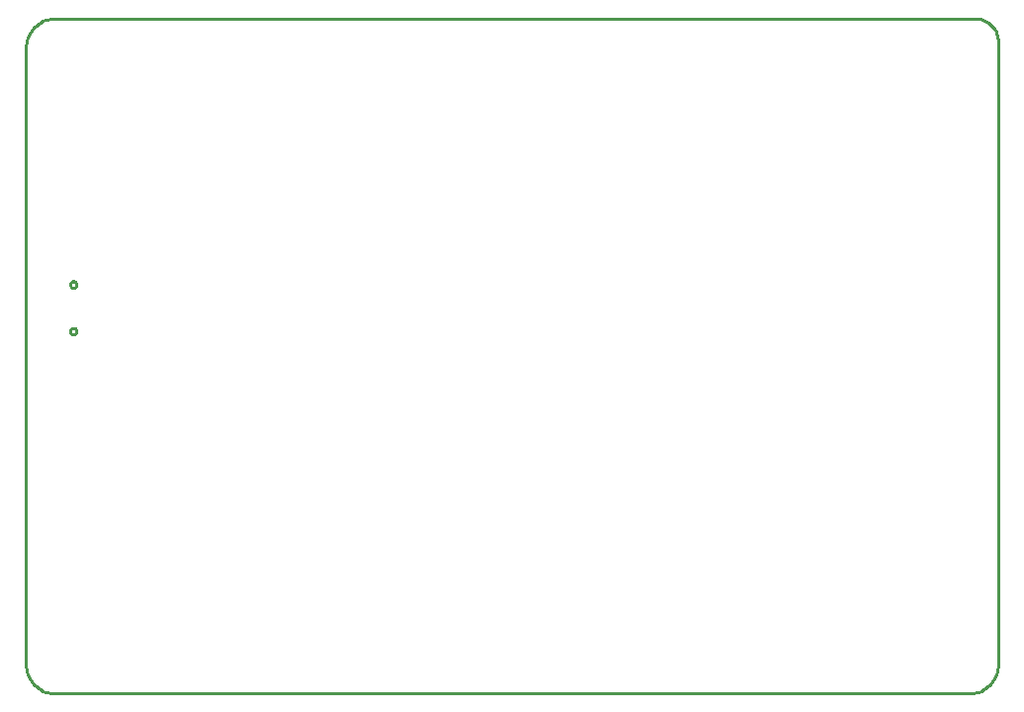
<source format=gko>
G04 EAGLE Gerber RS-274X export*
G75*
%MOMM*%
%FSLAX34Y34*%
%LPD*%
%IN*%
%IPPOS*%
%AMOC8*
5,1,8,0,0,1.08239X$1,22.5*%
G01*
%ADD10C,0.254000*%


D10*
X0Y25400D02*
X97Y23186D01*
X386Y20989D01*
X865Y18826D01*
X1532Y16713D01*
X2380Y14666D01*
X3403Y12700D01*
X4594Y10831D01*
X5942Y9073D01*
X7440Y7440D01*
X9073Y5942D01*
X10831Y4594D01*
X12700Y3403D01*
X14666Y2380D01*
X16713Y1532D01*
X18826Y865D01*
X20989Y386D01*
X23186Y97D01*
X25400Y0D01*
X806600Y0D01*
X808814Y97D01*
X811011Y386D01*
X813174Y865D01*
X815287Y1532D01*
X817335Y2380D01*
X819300Y3403D01*
X821169Y4594D01*
X822927Y5942D01*
X824561Y7440D01*
X826058Y9073D01*
X827406Y10831D01*
X828597Y12700D01*
X829620Y14666D01*
X830468Y16713D01*
X831135Y18826D01*
X831614Y20989D01*
X831903Y23186D01*
X832000Y25400D01*
X832000Y558000D01*
X831924Y559743D01*
X831696Y561473D01*
X831319Y563176D01*
X830794Y564840D01*
X830126Y566452D01*
X829321Y568000D01*
X828383Y569472D01*
X827321Y570856D01*
X826142Y572142D01*
X824856Y573321D01*
X823472Y574383D01*
X822000Y575321D01*
X820452Y576126D01*
X818840Y576794D01*
X817176Y577319D01*
X815473Y577696D01*
X813743Y577924D01*
X812000Y578000D01*
X25400Y578000D01*
X23186Y577903D01*
X20989Y577614D01*
X18826Y577135D01*
X16713Y576468D01*
X14666Y575620D01*
X12700Y574597D01*
X10831Y573406D01*
X9073Y572058D01*
X7440Y570561D01*
X5942Y568927D01*
X4594Y567169D01*
X3403Y565300D01*
X2380Y563335D01*
X1532Y561287D01*
X865Y559174D01*
X386Y557011D01*
X97Y554814D01*
X0Y552600D01*
X0Y25400D01*
X40334Y347450D02*
X39906Y347518D01*
X39494Y347651D01*
X39109Y347848D01*
X38759Y348102D01*
X38452Y348409D01*
X38198Y348759D01*
X38001Y349144D01*
X37868Y349556D01*
X37800Y349984D01*
X37800Y350416D01*
X37868Y350844D01*
X38001Y351256D01*
X38198Y351641D01*
X38452Y351992D01*
X38759Y352298D01*
X39109Y352552D01*
X39494Y352749D01*
X39906Y352882D01*
X40334Y352950D01*
X40766Y352950D01*
X41194Y352882D01*
X41606Y352749D01*
X41991Y352552D01*
X42342Y352298D01*
X42648Y351992D01*
X42902Y351641D01*
X43099Y351256D01*
X43232Y350844D01*
X43300Y350416D01*
X43300Y349984D01*
X43232Y349556D01*
X43099Y349144D01*
X42902Y348759D01*
X42648Y348409D01*
X42342Y348102D01*
X41991Y347848D01*
X41606Y347651D01*
X41194Y347518D01*
X40766Y347450D01*
X40334Y347450D01*
X40334Y307450D02*
X39906Y307518D01*
X39494Y307651D01*
X39109Y307848D01*
X38759Y308102D01*
X38452Y308409D01*
X38198Y308759D01*
X38001Y309144D01*
X37868Y309556D01*
X37800Y309984D01*
X37800Y310416D01*
X37868Y310844D01*
X38001Y311256D01*
X38198Y311641D01*
X38452Y311992D01*
X38759Y312298D01*
X39109Y312552D01*
X39494Y312749D01*
X39906Y312882D01*
X40334Y312950D01*
X40766Y312950D01*
X41194Y312882D01*
X41606Y312749D01*
X41991Y312552D01*
X42342Y312298D01*
X42648Y311992D01*
X42902Y311641D01*
X43099Y311256D01*
X43232Y310844D01*
X43300Y310416D01*
X43300Y309984D01*
X43232Y309556D01*
X43099Y309144D01*
X42902Y308759D01*
X42648Y308409D01*
X42342Y308102D01*
X41991Y307848D01*
X41606Y307651D01*
X41194Y307518D01*
X40766Y307450D01*
X40334Y307450D01*
M02*

</source>
